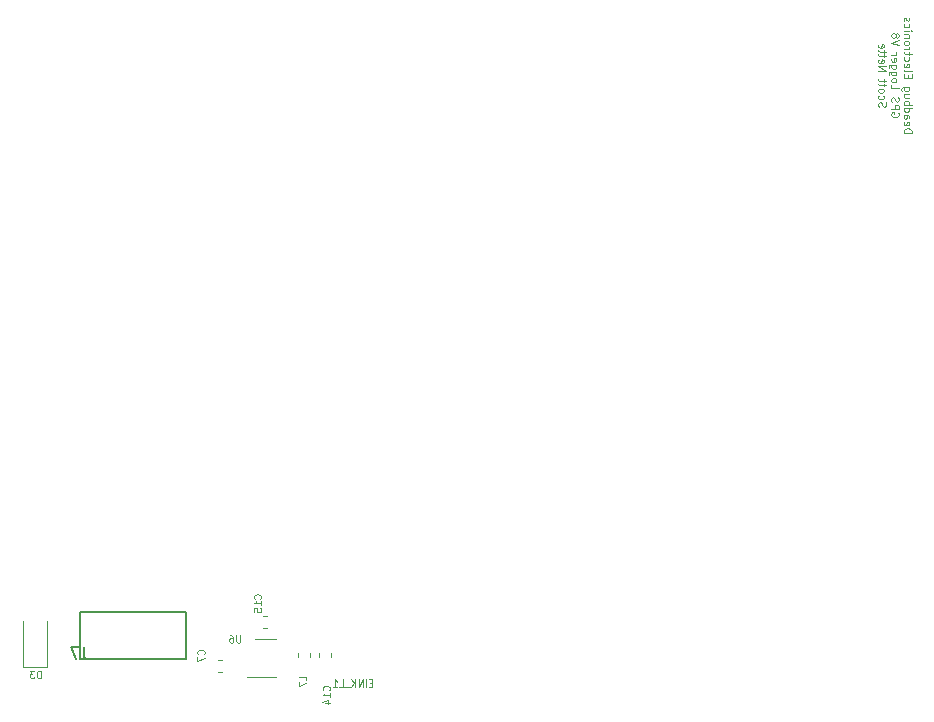
<source format=gbr>
G04 #@! TF.GenerationSoftware,KiCad,Pcbnew,(5.0.1)-rc2*
G04 #@! TF.CreationDate,2019-10-07T13:01:37-07:00*
G04 #@! TF.ProjectId,GPSLogger,4750534C6F676765722E6B696361645F,rev?*
G04 #@! TF.SameCoordinates,Original*
G04 #@! TF.FileFunction,Legend,Bot*
G04 #@! TF.FilePolarity,Positive*
%FSLAX46Y46*%
G04 Gerber Fmt 4.6, Leading zero omitted, Abs format (unit mm)*
G04 Created by KiCad (PCBNEW (5.0.1)-rc2) date 10/7/2019 1:01:37 PM*
%MOMM*%
%LPD*%
G01*
G04 APERTURE LIST*
%ADD10C,0.100000*%
%ADD11C,0.120000*%
%ADD12C,0.150000*%
%ADD13C,0.090000*%
G04 APERTURE END LIST*
D10*
X207282952Y-75725523D02*
X207932952Y-75725523D01*
X207932952Y-75570761D01*
X207902000Y-75477904D01*
X207840095Y-75416000D01*
X207778190Y-75385047D01*
X207654380Y-75354095D01*
X207561523Y-75354095D01*
X207437714Y-75385047D01*
X207375809Y-75416000D01*
X207313904Y-75477904D01*
X207282952Y-75570761D01*
X207282952Y-75725523D01*
X207313904Y-74827904D02*
X207282952Y-74889809D01*
X207282952Y-75013619D01*
X207313904Y-75075523D01*
X207375809Y-75106476D01*
X207623428Y-75106476D01*
X207685333Y-75075523D01*
X207716285Y-75013619D01*
X207716285Y-74889809D01*
X207685333Y-74827904D01*
X207623428Y-74796952D01*
X207561523Y-74796952D01*
X207499619Y-75106476D01*
X207282952Y-74239809D02*
X207623428Y-74239809D01*
X207685333Y-74270761D01*
X207716285Y-74332666D01*
X207716285Y-74456476D01*
X207685333Y-74518380D01*
X207313904Y-74239809D02*
X207282952Y-74301714D01*
X207282952Y-74456476D01*
X207313904Y-74518380D01*
X207375809Y-74549333D01*
X207437714Y-74549333D01*
X207499619Y-74518380D01*
X207530571Y-74456476D01*
X207530571Y-74301714D01*
X207561523Y-74239809D01*
X207282952Y-73651714D02*
X207932952Y-73651714D01*
X207313904Y-73651714D02*
X207282952Y-73713619D01*
X207282952Y-73837428D01*
X207313904Y-73899333D01*
X207344857Y-73930285D01*
X207406761Y-73961238D01*
X207592476Y-73961238D01*
X207654380Y-73930285D01*
X207685333Y-73899333D01*
X207716285Y-73837428D01*
X207716285Y-73713619D01*
X207685333Y-73651714D01*
X207282952Y-73342190D02*
X207932952Y-73342190D01*
X207685333Y-73342190D02*
X207716285Y-73280285D01*
X207716285Y-73156476D01*
X207685333Y-73094571D01*
X207654380Y-73063619D01*
X207592476Y-73032666D01*
X207406761Y-73032666D01*
X207344857Y-73063619D01*
X207313904Y-73094571D01*
X207282952Y-73156476D01*
X207282952Y-73280285D01*
X207313904Y-73342190D01*
X207716285Y-72475523D02*
X207282952Y-72475523D01*
X207716285Y-72754095D02*
X207375809Y-72754095D01*
X207313904Y-72723142D01*
X207282952Y-72661238D01*
X207282952Y-72568380D01*
X207313904Y-72506476D01*
X207344857Y-72475523D01*
X207716285Y-71887428D02*
X207190095Y-71887428D01*
X207128190Y-71918380D01*
X207097238Y-71949333D01*
X207066285Y-72011238D01*
X207066285Y-72104095D01*
X207097238Y-72166000D01*
X207313904Y-71887428D02*
X207282952Y-71949333D01*
X207282952Y-72073142D01*
X207313904Y-72135047D01*
X207344857Y-72166000D01*
X207406761Y-72196952D01*
X207592476Y-72196952D01*
X207654380Y-72166000D01*
X207685333Y-72135047D01*
X207716285Y-72073142D01*
X207716285Y-71949333D01*
X207685333Y-71887428D01*
X207623428Y-71082666D02*
X207623428Y-70866000D01*
X207282952Y-70773142D02*
X207282952Y-71082666D01*
X207932952Y-71082666D01*
X207932952Y-70773142D01*
X207282952Y-70401714D02*
X207313904Y-70463619D01*
X207375809Y-70494571D01*
X207932952Y-70494571D01*
X207313904Y-69906476D02*
X207282952Y-69968380D01*
X207282952Y-70092190D01*
X207313904Y-70154095D01*
X207375809Y-70185047D01*
X207623428Y-70185047D01*
X207685333Y-70154095D01*
X207716285Y-70092190D01*
X207716285Y-69968380D01*
X207685333Y-69906476D01*
X207623428Y-69875523D01*
X207561523Y-69875523D01*
X207499619Y-70185047D01*
X207313904Y-69318380D02*
X207282952Y-69380285D01*
X207282952Y-69504095D01*
X207313904Y-69566000D01*
X207344857Y-69596952D01*
X207406761Y-69627904D01*
X207592476Y-69627904D01*
X207654380Y-69596952D01*
X207685333Y-69566000D01*
X207716285Y-69504095D01*
X207716285Y-69380285D01*
X207685333Y-69318380D01*
X207716285Y-69132666D02*
X207716285Y-68885047D01*
X207932952Y-69039809D02*
X207375809Y-69039809D01*
X207313904Y-69008857D01*
X207282952Y-68946952D01*
X207282952Y-68885047D01*
X207282952Y-68668380D02*
X207716285Y-68668380D01*
X207592476Y-68668380D02*
X207654380Y-68637428D01*
X207685333Y-68606476D01*
X207716285Y-68544571D01*
X207716285Y-68482666D01*
X207282952Y-68173142D02*
X207313904Y-68235047D01*
X207344857Y-68266000D01*
X207406761Y-68296952D01*
X207592476Y-68296952D01*
X207654380Y-68266000D01*
X207685333Y-68235047D01*
X207716285Y-68173142D01*
X207716285Y-68080285D01*
X207685333Y-68018380D01*
X207654380Y-67987428D01*
X207592476Y-67956476D01*
X207406761Y-67956476D01*
X207344857Y-67987428D01*
X207313904Y-68018380D01*
X207282952Y-68080285D01*
X207282952Y-68173142D01*
X207716285Y-67677904D02*
X207282952Y-67677904D01*
X207654380Y-67677904D02*
X207685333Y-67646952D01*
X207716285Y-67585047D01*
X207716285Y-67492190D01*
X207685333Y-67430285D01*
X207623428Y-67399333D01*
X207282952Y-67399333D01*
X207282952Y-67089809D02*
X207716285Y-67089809D01*
X207932952Y-67089809D02*
X207902000Y-67120761D01*
X207871047Y-67089809D01*
X207902000Y-67058857D01*
X207932952Y-67089809D01*
X207871047Y-67089809D01*
X207313904Y-66501714D02*
X207282952Y-66563619D01*
X207282952Y-66687428D01*
X207313904Y-66749333D01*
X207344857Y-66780285D01*
X207406761Y-66811238D01*
X207592476Y-66811238D01*
X207654380Y-66780285D01*
X207685333Y-66749333D01*
X207716285Y-66687428D01*
X207716285Y-66563619D01*
X207685333Y-66501714D01*
X207313904Y-66254095D02*
X207282952Y-66192190D01*
X207282952Y-66068380D01*
X207313904Y-66006476D01*
X207375809Y-65975523D01*
X207406761Y-65975523D01*
X207468666Y-66006476D01*
X207499619Y-66068380D01*
X207499619Y-66161238D01*
X207530571Y-66223142D01*
X207592476Y-66254095D01*
X207623428Y-66254095D01*
X207685333Y-66223142D01*
X207716285Y-66161238D01*
X207716285Y-66068380D01*
X207685333Y-66006476D01*
X206827000Y-74038619D02*
X206857952Y-74100523D01*
X206857952Y-74193380D01*
X206827000Y-74286238D01*
X206765095Y-74348142D01*
X206703190Y-74379095D01*
X206579380Y-74410047D01*
X206486523Y-74410047D01*
X206362714Y-74379095D01*
X206300809Y-74348142D01*
X206238904Y-74286238D01*
X206207952Y-74193380D01*
X206207952Y-74131476D01*
X206238904Y-74038619D01*
X206269857Y-74007666D01*
X206486523Y-74007666D01*
X206486523Y-74131476D01*
X206207952Y-73729095D02*
X206857952Y-73729095D01*
X206857952Y-73481476D01*
X206827000Y-73419571D01*
X206796047Y-73388619D01*
X206734142Y-73357666D01*
X206641285Y-73357666D01*
X206579380Y-73388619D01*
X206548428Y-73419571D01*
X206517476Y-73481476D01*
X206517476Y-73729095D01*
X206238904Y-73110047D02*
X206207952Y-73017190D01*
X206207952Y-72862428D01*
X206238904Y-72800523D01*
X206269857Y-72769571D01*
X206331761Y-72738619D01*
X206393666Y-72738619D01*
X206455571Y-72769571D01*
X206486523Y-72800523D01*
X206517476Y-72862428D01*
X206548428Y-72986238D01*
X206579380Y-73048142D01*
X206610333Y-73079095D01*
X206672238Y-73110047D01*
X206734142Y-73110047D01*
X206796047Y-73079095D01*
X206827000Y-73048142D01*
X206857952Y-72986238D01*
X206857952Y-72831476D01*
X206827000Y-72738619D01*
X206207952Y-71655285D02*
X206207952Y-71964809D01*
X206857952Y-71964809D01*
X206207952Y-71345761D02*
X206238904Y-71407666D01*
X206269857Y-71438619D01*
X206331761Y-71469571D01*
X206517476Y-71469571D01*
X206579380Y-71438619D01*
X206610333Y-71407666D01*
X206641285Y-71345761D01*
X206641285Y-71252904D01*
X206610333Y-71191000D01*
X206579380Y-71160047D01*
X206517476Y-71129095D01*
X206331761Y-71129095D01*
X206269857Y-71160047D01*
X206238904Y-71191000D01*
X206207952Y-71252904D01*
X206207952Y-71345761D01*
X206641285Y-70571952D02*
X206115095Y-70571952D01*
X206053190Y-70602904D01*
X206022238Y-70633857D01*
X205991285Y-70695761D01*
X205991285Y-70788619D01*
X206022238Y-70850523D01*
X206238904Y-70571952D02*
X206207952Y-70633857D01*
X206207952Y-70757666D01*
X206238904Y-70819571D01*
X206269857Y-70850523D01*
X206331761Y-70881476D01*
X206517476Y-70881476D01*
X206579380Y-70850523D01*
X206610333Y-70819571D01*
X206641285Y-70757666D01*
X206641285Y-70633857D01*
X206610333Y-70571952D01*
X206641285Y-69983857D02*
X206115095Y-69983857D01*
X206053190Y-70014809D01*
X206022238Y-70045761D01*
X205991285Y-70107666D01*
X205991285Y-70200523D01*
X206022238Y-70262428D01*
X206238904Y-69983857D02*
X206207952Y-70045761D01*
X206207952Y-70169571D01*
X206238904Y-70231476D01*
X206269857Y-70262428D01*
X206331761Y-70293380D01*
X206517476Y-70293380D01*
X206579380Y-70262428D01*
X206610333Y-70231476D01*
X206641285Y-70169571D01*
X206641285Y-70045761D01*
X206610333Y-69983857D01*
X206238904Y-69426714D02*
X206207952Y-69488619D01*
X206207952Y-69612428D01*
X206238904Y-69674333D01*
X206300809Y-69705285D01*
X206548428Y-69705285D01*
X206610333Y-69674333D01*
X206641285Y-69612428D01*
X206641285Y-69488619D01*
X206610333Y-69426714D01*
X206548428Y-69395761D01*
X206486523Y-69395761D01*
X206424619Y-69705285D01*
X206207952Y-69117190D02*
X206641285Y-69117190D01*
X206517476Y-69117190D02*
X206579380Y-69086238D01*
X206610333Y-69055285D01*
X206641285Y-68993380D01*
X206641285Y-68931476D01*
X206857952Y-68312428D02*
X206207952Y-68095761D01*
X206857952Y-67879095D01*
X206579380Y-67569571D02*
X206610333Y-67631476D01*
X206641285Y-67662428D01*
X206703190Y-67693380D01*
X206734142Y-67693380D01*
X206796047Y-67662428D01*
X206827000Y-67631476D01*
X206857952Y-67569571D01*
X206857952Y-67445761D01*
X206827000Y-67383857D01*
X206796047Y-67352904D01*
X206734142Y-67321952D01*
X206703190Y-67321952D01*
X206641285Y-67352904D01*
X206610333Y-67383857D01*
X206579380Y-67445761D01*
X206579380Y-67569571D01*
X206548428Y-67631476D01*
X206517476Y-67662428D01*
X206455571Y-67693380D01*
X206331761Y-67693380D01*
X206269857Y-67662428D01*
X206238904Y-67631476D01*
X206207952Y-67569571D01*
X206207952Y-67445761D01*
X206238904Y-67383857D01*
X206269857Y-67352904D01*
X206331761Y-67321952D01*
X206455571Y-67321952D01*
X206517476Y-67352904D01*
X206548428Y-67383857D01*
X206579380Y-67445761D01*
X205163904Y-73512428D02*
X205132952Y-73419571D01*
X205132952Y-73264809D01*
X205163904Y-73202904D01*
X205194857Y-73171952D01*
X205256761Y-73141000D01*
X205318666Y-73141000D01*
X205380571Y-73171952D01*
X205411523Y-73202904D01*
X205442476Y-73264809D01*
X205473428Y-73388619D01*
X205504380Y-73450523D01*
X205535333Y-73481476D01*
X205597238Y-73512428D01*
X205659142Y-73512428D01*
X205721047Y-73481476D01*
X205752000Y-73450523D01*
X205782952Y-73388619D01*
X205782952Y-73233857D01*
X205752000Y-73141000D01*
X205163904Y-72583857D02*
X205132952Y-72645761D01*
X205132952Y-72769571D01*
X205163904Y-72831476D01*
X205194857Y-72862428D01*
X205256761Y-72893380D01*
X205442476Y-72893380D01*
X205504380Y-72862428D01*
X205535333Y-72831476D01*
X205566285Y-72769571D01*
X205566285Y-72645761D01*
X205535333Y-72583857D01*
X205132952Y-72212428D02*
X205163904Y-72274333D01*
X205194857Y-72305285D01*
X205256761Y-72336238D01*
X205442476Y-72336238D01*
X205504380Y-72305285D01*
X205535333Y-72274333D01*
X205566285Y-72212428D01*
X205566285Y-72119571D01*
X205535333Y-72057666D01*
X205504380Y-72026714D01*
X205442476Y-71995761D01*
X205256761Y-71995761D01*
X205194857Y-72026714D01*
X205163904Y-72057666D01*
X205132952Y-72119571D01*
X205132952Y-72212428D01*
X205566285Y-71810047D02*
X205566285Y-71562428D01*
X205782952Y-71717190D02*
X205225809Y-71717190D01*
X205163904Y-71686238D01*
X205132952Y-71624333D01*
X205132952Y-71562428D01*
X205566285Y-71438619D02*
X205566285Y-71191000D01*
X205782952Y-71345761D02*
X205225809Y-71345761D01*
X205163904Y-71314809D01*
X205132952Y-71252904D01*
X205132952Y-71191000D01*
X205132952Y-70479095D02*
X205782952Y-70479095D01*
X205132952Y-70107666D01*
X205782952Y-70107666D01*
X205163904Y-69550523D02*
X205132952Y-69612428D01*
X205132952Y-69736238D01*
X205163904Y-69798142D01*
X205225809Y-69829095D01*
X205473428Y-69829095D01*
X205535333Y-69798142D01*
X205566285Y-69736238D01*
X205566285Y-69612428D01*
X205535333Y-69550523D01*
X205473428Y-69519571D01*
X205411523Y-69519571D01*
X205349619Y-69829095D01*
X205566285Y-69333857D02*
X205566285Y-69086238D01*
X205782952Y-69241000D02*
X205225809Y-69241000D01*
X205163904Y-69210047D01*
X205132952Y-69148142D01*
X205132952Y-69086238D01*
X205566285Y-68962428D02*
X205566285Y-68714809D01*
X205782952Y-68869571D02*
X205225809Y-68869571D01*
X205163904Y-68838619D01*
X205132952Y-68776714D01*
X205132952Y-68714809D01*
X205163904Y-68250523D02*
X205132952Y-68312428D01*
X205132952Y-68436238D01*
X205163904Y-68498142D01*
X205225809Y-68529095D01*
X205473428Y-68529095D01*
X205535333Y-68498142D01*
X205566285Y-68436238D01*
X205566285Y-68312428D01*
X205535333Y-68250523D01*
X205473428Y-68219571D01*
X205411523Y-68219571D01*
X205349619Y-68529095D01*
D11*
G04 #@! TO.C,C7*
X149575279Y-120390000D02*
X149249721Y-120390000D01*
X149575279Y-121410000D02*
X149249721Y-121410000D01*
D12*
G04 #@! TO.C,J7*
X137500000Y-120300000D02*
X146500000Y-120300000D01*
X146500000Y-120300000D02*
X146500000Y-116300000D01*
X146500000Y-116300000D02*
X137500000Y-116300000D01*
X137500000Y-116300000D02*
X137500000Y-120300000D01*
D11*
G04 #@! TO.C,D3*
X134700000Y-120950000D02*
X134700000Y-117050000D01*
X132700000Y-120950000D02*
X132700000Y-117050000D01*
X134700000Y-120950000D02*
X132700000Y-120950000D01*
G04 #@! TO.C,U6*
X154146000Y-121828000D02*
X151696000Y-121828000D01*
X152346000Y-118608000D02*
X154146000Y-118608000D01*
G04 #@! TO.C,C14*
X158810000Y-119801221D02*
X158810000Y-120126779D01*
X157790000Y-119801221D02*
X157790000Y-120126779D01*
G04 #@! TO.C,C15*
X153324779Y-116660000D02*
X152999221Y-116660000D01*
X153324779Y-117680000D02*
X152999221Y-117680000D01*
G04 #@! TO.C,L7*
X156974000Y-120101279D02*
X156974000Y-119775721D01*
X155954000Y-120101279D02*
X155954000Y-119775721D01*
G04 #@! TO.C,EINK_L1*
D13*
X162292857Y-122307142D02*
X162092857Y-122307142D01*
X162007142Y-122621428D02*
X162292857Y-122621428D01*
X162292857Y-122021428D01*
X162007142Y-122021428D01*
X161750000Y-122621428D02*
X161750000Y-122021428D01*
X161464285Y-122621428D02*
X161464285Y-122021428D01*
X161121428Y-122621428D01*
X161121428Y-122021428D01*
X160835714Y-122621428D02*
X160835714Y-122021428D01*
X160492857Y-122621428D02*
X160750000Y-122278571D01*
X160492857Y-122021428D02*
X160835714Y-122364285D01*
X160378571Y-122678571D02*
X159921428Y-122678571D01*
X159492857Y-122621428D02*
X159778571Y-122621428D01*
X159778571Y-122021428D01*
X158978571Y-122621428D02*
X159321428Y-122621428D01*
X159150000Y-122621428D02*
X159150000Y-122021428D01*
X159207142Y-122107142D01*
X159264285Y-122164285D01*
X159321428Y-122192857D01*
G04 #@! TO.C,C7*
X148018285Y-119891500D02*
X148046857Y-119862928D01*
X148075428Y-119777214D01*
X148075428Y-119720071D01*
X148046857Y-119634357D01*
X147989714Y-119577214D01*
X147932571Y-119548642D01*
X147818285Y-119520071D01*
X147732571Y-119520071D01*
X147618285Y-119548642D01*
X147561142Y-119577214D01*
X147504000Y-119634357D01*
X147475428Y-119720071D01*
X147475428Y-119777214D01*
X147504000Y-119862928D01*
X147532571Y-119891500D01*
X147475428Y-120091500D02*
X147475428Y-120491500D01*
X148075428Y-120234357D01*
G04 #@! TO.C,J7*
D12*
X137833333Y-119252380D02*
X137833333Y-119966666D01*
X137880952Y-120109523D01*
X137976190Y-120204761D01*
X138119047Y-120252380D01*
X138214285Y-120252380D01*
X137452380Y-119252380D02*
X136785714Y-119252380D01*
X137214285Y-120252380D01*
G04 #@! TO.C,D3*
D13*
X134200857Y-121892428D02*
X134200857Y-121292428D01*
X134058000Y-121292428D01*
X133972285Y-121321000D01*
X133915142Y-121378142D01*
X133886571Y-121435285D01*
X133858000Y-121549571D01*
X133858000Y-121635285D01*
X133886571Y-121749571D01*
X133915142Y-121806714D01*
X133972285Y-121863857D01*
X134058000Y-121892428D01*
X134200857Y-121892428D01*
X133658000Y-121292428D02*
X133286571Y-121292428D01*
X133486571Y-121521000D01*
X133400857Y-121521000D01*
X133343714Y-121549571D01*
X133315142Y-121578142D01*
X133286571Y-121635285D01*
X133286571Y-121778142D01*
X133315142Y-121835285D01*
X133343714Y-121863857D01*
X133400857Y-121892428D01*
X133572285Y-121892428D01*
X133629428Y-121863857D01*
X133658000Y-121835285D01*
G04 #@! TO.C,U6*
X151103142Y-118289428D02*
X151103142Y-118775142D01*
X151074571Y-118832285D01*
X151046000Y-118860857D01*
X150988857Y-118889428D01*
X150874571Y-118889428D01*
X150817428Y-118860857D01*
X150788857Y-118832285D01*
X150760285Y-118775142D01*
X150760285Y-118289428D01*
X150217428Y-118289428D02*
X150331714Y-118289428D01*
X150388857Y-118318000D01*
X150417428Y-118346571D01*
X150474571Y-118432285D01*
X150503142Y-118546571D01*
X150503142Y-118775142D01*
X150474571Y-118832285D01*
X150446000Y-118860857D01*
X150388857Y-118889428D01*
X150274571Y-118889428D01*
X150217428Y-118860857D01*
X150188857Y-118832285D01*
X150160285Y-118775142D01*
X150160285Y-118632285D01*
X150188857Y-118575142D01*
X150217428Y-118546571D01*
X150274571Y-118518000D01*
X150388857Y-118518000D01*
X150446000Y-118546571D01*
X150474571Y-118575142D01*
X150503142Y-118632285D01*
G04 #@! TO.C,C14*
X158628985Y-122947285D02*
X158657557Y-122918714D01*
X158686128Y-122833000D01*
X158686128Y-122775857D01*
X158657557Y-122690142D01*
X158600414Y-122633000D01*
X158543271Y-122604428D01*
X158428985Y-122575857D01*
X158343271Y-122575857D01*
X158228985Y-122604428D01*
X158171842Y-122633000D01*
X158114700Y-122690142D01*
X158086128Y-122775857D01*
X158086128Y-122833000D01*
X158114700Y-122918714D01*
X158143271Y-122947285D01*
X158686128Y-123518714D02*
X158686128Y-123175857D01*
X158686128Y-123347285D02*
X158086128Y-123347285D01*
X158171842Y-123290142D01*
X158228985Y-123233000D01*
X158257557Y-123175857D01*
X158286128Y-124033000D02*
X158686128Y-124033000D01*
X158057557Y-123890142D02*
X158486128Y-123747285D01*
X158486128Y-124118714D01*
G04 #@! TO.C,C15*
X152795285Y-115179785D02*
X152823857Y-115151214D01*
X152852428Y-115065500D01*
X152852428Y-115008357D01*
X152823857Y-114922642D01*
X152766714Y-114865500D01*
X152709571Y-114836928D01*
X152595285Y-114808357D01*
X152509571Y-114808357D01*
X152395285Y-114836928D01*
X152338142Y-114865500D01*
X152281000Y-114922642D01*
X152252428Y-115008357D01*
X152252428Y-115065500D01*
X152281000Y-115151214D01*
X152309571Y-115179785D01*
X152852428Y-115751214D02*
X152852428Y-115408357D01*
X152852428Y-115579785D02*
X152252428Y-115579785D01*
X152338142Y-115522642D01*
X152395285Y-115465500D01*
X152423857Y-115408357D01*
X152252428Y-116294071D02*
X152252428Y-116008357D01*
X152538142Y-115979785D01*
X152509571Y-116008357D01*
X152481000Y-116065500D01*
X152481000Y-116208357D01*
X152509571Y-116265500D01*
X152538142Y-116294071D01*
X152595285Y-116322642D01*
X152738142Y-116322642D01*
X152795285Y-116294071D01*
X152823857Y-116265500D01*
X152852428Y-116208357D01*
X152852428Y-116065500D01*
X152823857Y-116008357D01*
X152795285Y-115979785D01*
G04 #@! TO.C,L7*
X156682128Y-122056700D02*
X156682128Y-121770985D01*
X156082128Y-121770985D01*
X156082128Y-122199557D02*
X156082128Y-122599557D01*
X156682128Y-122342414D01*
G04 #@! TD*
M02*

</source>
